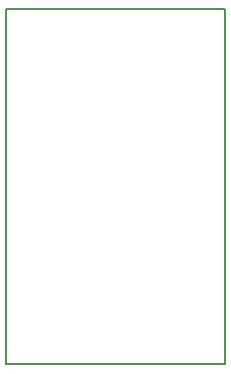
<source format=gbr>
G04 #@! TF.FileFunction,Profile,NP*
%FSLAX46Y46*%
G04 Gerber Fmt 4.6, Leading zero omitted, Abs format (unit mm)*
G04 Created by KiCad (PCBNEW 0.201603171416+6624~43~ubuntu15.10.1-product) date fre 18 mar 2016 23:09:09 CET*
%MOMM*%
G01*
G04 APERTURE LIST*
%ADD10C,0.100000*%
%ADD11C,0.150000*%
G04 APERTURE END LIST*
D10*
D11*
X136017000Y-95885000D02*
X136017000Y-125920500D01*
X154508200Y-95885000D02*
X136017000Y-95885000D01*
X154520900Y-125920500D02*
X154508200Y-95885000D01*
X136017000Y-125920500D02*
X154520900Y-125920500D01*
M02*

</source>
